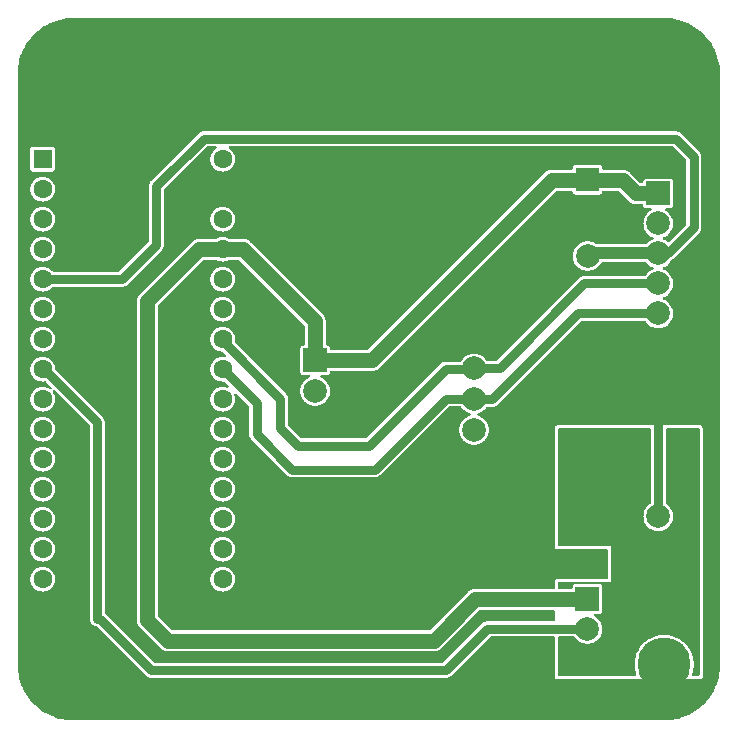
<source format=gtl>
G04 Layer: TopLayer*
G04 EasyEDA v6.4.19.5, 2021-05-27T00:11:37--3:00*
G04 bf34132eec9142e49db4406177482e83,59636247558045d2802cba280e4ac9d9,10*
G04 Gerber Generator version 0.2*
G04 Scale: 100 percent, Rotated: No, Reflected: No *
G04 Dimensions in millimeters *
G04 leading zeros omitted , absolute positions ,4 integer and 5 decimal *
%FSLAX45Y45*%
%MOMM*%

%ADD11C,0.7620*%
%ADD12C,1.2700*%
%ADD13C,1.0160*%
%ADD14R,2.0000X2.0000*%
%ADD15C,2.0000*%
%ADD16R,1.6000X1.6000*%
%ADD17C,1.6000*%
%ADD18C,4.5000*%

%LPD*%
G36*
X498043Y25654D02*
G01*
X467969Y26720D01*
X438353Y29667D01*
X408940Y34493D01*
X379933Y41097D01*
X351332Y49530D01*
X323342Y59791D01*
X296062Y71729D01*
X269595Y85394D01*
X244043Y100634D01*
X219456Y117500D01*
X195986Y135890D01*
X173736Y155702D01*
X152806Y176834D01*
X133197Y199288D01*
X115011Y222910D01*
X98399Y247599D01*
X83362Y273304D01*
X69951Y299923D01*
X58216Y327304D01*
X48260Y355346D01*
X40081Y383997D01*
X33680Y413105D01*
X29159Y442569D01*
X26466Y472236D01*
X25654Y502259D01*
X25654Y5501995D01*
X26771Y5532170D01*
X29718Y5561736D01*
X34493Y5591048D01*
X41097Y5620004D01*
X49530Y5648502D01*
X59690Y5676442D01*
X71628Y5703671D01*
X85191Y5730087D01*
X100431Y5755589D01*
X117195Y5780125D01*
X135483Y5803544D01*
X155194Y5825744D01*
X176276Y5846673D01*
X198628Y5866282D01*
X222148Y5884418D01*
X246786Y5901080D01*
X272389Y5916117D01*
X298856Y5929579D01*
X326186Y5941314D01*
X354126Y5951321D01*
X382676Y5959602D01*
X411683Y5966053D01*
X441045Y5970625D01*
X470611Y5973419D01*
X500532Y5974334D01*
X5501081Y5974334D01*
X5531662Y5973267D01*
X5561228Y5970371D01*
X5590590Y5965596D01*
X5619597Y5958992D01*
X5648096Y5950610D01*
X5676036Y5940450D01*
X5703316Y5928563D01*
X5729732Y5914948D01*
X5755284Y5899759D01*
X5779820Y5882995D01*
X5803290Y5864707D01*
X5825540Y5844997D01*
X5846521Y5823915D01*
X5866130Y5801563D01*
X5884316Y5778042D01*
X5900978Y5753404D01*
X5916066Y5727750D01*
X5929528Y5701284D01*
X5941263Y5673953D01*
X5951321Y5645962D01*
X5959551Y5617413D01*
X5966002Y5588355D01*
X5970625Y5558993D01*
X5973419Y5529376D01*
X5974334Y5499862D01*
X5974283Y509778D01*
X5973927Y479094D01*
X5971641Y449224D01*
X5967476Y419506D01*
X5961481Y390144D01*
X5953607Y361238D01*
X5943955Y332892D01*
X5932525Y305206D01*
X5919368Y278282D01*
X5904534Y252221D01*
X5888075Y227177D01*
X5870041Y203200D01*
X5850585Y180441D01*
X5829706Y158953D01*
X5807506Y138785D01*
X5784088Y120091D01*
X5759551Y102920D01*
X5733948Y87325D01*
X5707430Y73406D01*
X5680049Y61163D01*
X5652008Y50647D01*
X5623306Y41960D01*
X5594146Y35052D01*
X5564632Y30073D01*
X5534812Y26924D01*
X5504738Y25654D01*
G37*

%LPC*%
G36*
X4600549Y374345D02*
G01*
X5799429Y374345D01*
X5805678Y375056D01*
X5811113Y376936D01*
X5815939Y379984D01*
X5820003Y384048D01*
X5823051Y388874D01*
X5824931Y394309D01*
X5825642Y400558D01*
X5825642Y2499410D01*
X5824931Y2505710D01*
X5823051Y2511094D01*
X5820003Y2515971D01*
X5815939Y2519984D01*
X5811113Y2523032D01*
X5805678Y2524963D01*
X5799429Y2525674D01*
X4600549Y2525674D01*
X4594301Y2524963D01*
X4588916Y2523032D01*
X4584039Y2519984D01*
X4579975Y2515971D01*
X4576927Y2511094D01*
X4575048Y2505710D01*
X4574336Y2499410D01*
X4574336Y1500581D01*
X4575048Y1494282D01*
X4576927Y1488897D01*
X4579975Y1484020D01*
X4584039Y1480007D01*
X4588916Y1476959D01*
X4594301Y1475028D01*
X4600549Y1474368D01*
X5014163Y1474368D01*
X5018074Y1473555D01*
X5021376Y1471371D01*
X5023561Y1468069D01*
X5024323Y1464208D01*
X5024323Y1235811D01*
X5023561Y1231950D01*
X5021376Y1228648D01*
X5018074Y1226413D01*
X5014163Y1225651D01*
X4600549Y1225651D01*
X4594301Y1224940D01*
X4588916Y1223060D01*
X4584039Y1220012D01*
X4579975Y1215948D01*
X4576927Y1211122D01*
X4575048Y1205687D01*
X4574336Y1199438D01*
X4574336Y1149350D01*
X4573574Y1145489D01*
X4571390Y1142187D01*
X4568088Y1140002D01*
X4564176Y1139190D01*
X3900119Y1139190D01*
X3893565Y1138986D01*
X3887215Y1138275D01*
X3880967Y1137158D01*
X3874820Y1135583D01*
X3868775Y1133602D01*
X3862882Y1131163D01*
X3857193Y1128318D01*
X3851706Y1125067D01*
X3846474Y1121410D01*
X3841546Y1117447D01*
X3836771Y1112977D01*
X3515969Y792175D01*
X3512667Y789990D01*
X3508756Y789178D01*
X1341120Y789178D01*
X1337208Y789990D01*
X1333906Y792175D01*
X1215085Y911047D01*
X1212850Y914349D01*
X1212088Y918210D01*
X1212088Y3531870D01*
X1212850Y3535781D01*
X1215085Y3539083D01*
X1599844Y3923893D01*
X1603146Y3926078D01*
X1607058Y3926840D01*
X1702612Y3926840D01*
X1705559Y3926433D01*
X1721561Y3918407D01*
X1734667Y3913987D01*
X1748231Y3911295D01*
X1761998Y3910380D01*
X1775764Y3911295D01*
X1789328Y3913987D01*
X1802434Y3918407D01*
X1818436Y3926433D01*
X1821383Y3926840D01*
X1892858Y3926840D01*
X1896770Y3926078D01*
X1900021Y3923893D01*
X2452878Y3371037D01*
X2455062Y3367735D01*
X2455824Y3363874D01*
X2455824Y3210814D01*
X2455164Y3207156D01*
X2453233Y3204006D01*
X2450287Y3201720D01*
X2446731Y3200704D01*
X2439314Y3199892D01*
X2433929Y3198012D01*
X2429103Y3194964D01*
X2425039Y3190951D01*
X2421991Y3186074D01*
X2420061Y3180689D01*
X2419400Y3174390D01*
X2419400Y2975559D01*
X2420061Y2969260D01*
X2421991Y2963875D01*
X2425039Y2958998D01*
X2429103Y2954985D01*
X2433929Y2951937D01*
X2439365Y2950006D01*
X2445613Y2949346D01*
X2490622Y2949346D01*
X2494483Y2948584D01*
X2497785Y2946400D01*
X2499969Y2943148D01*
X2500782Y2939338D01*
X2500122Y2935478D01*
X2498039Y2932176D01*
X2494838Y2929890D01*
X2486660Y2926232D01*
X2473655Y2918358D01*
X2461717Y2909011D01*
X2450998Y2898292D01*
X2441651Y2886354D01*
X2433777Y2873349D01*
X2427579Y2859532D01*
X2423058Y2845054D01*
X2420315Y2830118D01*
X2419400Y2814980D01*
X2420315Y2799842D01*
X2423058Y2784906D01*
X2427579Y2770428D01*
X2433777Y2756611D01*
X2441651Y2743606D01*
X2450998Y2731668D01*
X2461717Y2720949D01*
X2473655Y2711602D01*
X2486660Y2703728D01*
X2500477Y2697530D01*
X2514955Y2693009D01*
X2529890Y2690266D01*
X2545029Y2689352D01*
X2560167Y2690266D01*
X2575102Y2693009D01*
X2589580Y2697530D01*
X2603398Y2703728D01*
X2616403Y2711602D01*
X2628341Y2720949D01*
X2639060Y2731668D01*
X2648407Y2743606D01*
X2656281Y2756611D01*
X2662529Y2770428D01*
X2667000Y2784906D01*
X2669743Y2799842D01*
X2670657Y2814980D01*
X2669743Y2830118D01*
X2667000Y2845054D01*
X2662529Y2859532D01*
X2656281Y2873349D01*
X2648407Y2886354D01*
X2639060Y2898292D01*
X2628341Y2909011D01*
X2616403Y2918358D01*
X2603398Y2926232D01*
X2595270Y2929890D01*
X2592070Y2932176D01*
X2589936Y2935478D01*
X2589276Y2939338D01*
X2590088Y2943148D01*
X2592324Y2946400D01*
X2595575Y2948584D01*
X2599436Y2949346D01*
X2644444Y2949346D01*
X2650744Y2950006D01*
X2656128Y2951937D01*
X2661005Y2954985D01*
X2665018Y2958998D01*
X2668066Y2963875D01*
X2669946Y2969260D01*
X2670759Y2976727D01*
X2671775Y2980283D01*
X2674061Y2983230D01*
X2677210Y2985160D01*
X2680868Y2985871D01*
X3024835Y2985871D01*
X3031388Y2986074D01*
X3037687Y2986786D01*
X3043986Y2987903D01*
X3050133Y2989478D01*
X3056178Y2991510D01*
X3062071Y2993898D01*
X3067761Y2996793D01*
X3073196Y2999994D01*
X3078429Y3003651D01*
X3083407Y3007664D01*
X3088182Y3012084D01*
X4583988Y4507890D01*
X4587240Y4510074D01*
X4591151Y4510836D01*
X4714544Y4510836D01*
X4718202Y4510176D01*
X4721352Y4508246D01*
X4723587Y4505350D01*
X4724654Y4501845D01*
X4725060Y4498289D01*
X4726940Y4492904D01*
X4729988Y4488027D01*
X4734052Y4484014D01*
X4738878Y4480966D01*
X4744313Y4479036D01*
X4750562Y4478324D01*
X4949444Y4478324D01*
X4955692Y4479036D01*
X4961128Y4480966D01*
X4965954Y4484014D01*
X4970018Y4488027D01*
X4973066Y4492904D01*
X4974945Y4498289D01*
X4975352Y4501845D01*
X4976418Y4505350D01*
X4978654Y4508246D01*
X4981803Y4510176D01*
X4985461Y4510836D01*
X5108854Y4510836D01*
X5112766Y4510074D01*
X5116017Y4507890D01*
X5199532Y4424375D01*
X5204307Y4419955D01*
X5209286Y4415942D01*
X5214518Y4412335D01*
X5220004Y4409084D01*
X5225643Y4406239D01*
X5231536Y4403801D01*
X5237581Y4401769D01*
X5243779Y4400194D01*
X5250027Y4399076D01*
X5256326Y4398365D01*
X5262880Y4398162D01*
X5314289Y4398162D01*
X5317896Y4397451D01*
X5321096Y4395520D01*
X5323332Y4392574D01*
X5324348Y4389018D01*
X5325160Y4381449D01*
X5327040Y4376064D01*
X5330088Y4371238D01*
X5334101Y4367174D01*
X5338978Y4364126D01*
X5344363Y4362246D01*
X5350662Y4361535D01*
X5383530Y4361535D01*
X5387797Y4360570D01*
X5391251Y4357928D01*
X5393334Y4354068D01*
X5393588Y4349750D01*
X5391962Y4345686D01*
X5388813Y4342688D01*
X5378704Y4336592D01*
X5366766Y4327194D01*
X5356047Y4316476D01*
X5346700Y4304538D01*
X5338826Y4291584D01*
X5332628Y4277715D01*
X5328107Y4263237D01*
X5325364Y4248302D01*
X5324449Y4233164D01*
X5325364Y4218025D01*
X5328107Y4203090D01*
X5332628Y4188612D01*
X5338826Y4174794D01*
X5346700Y4161790D01*
X5356047Y4149851D01*
X5366766Y4139133D01*
X5378704Y4129786D01*
X5391708Y4121912D01*
X5406085Y4115409D01*
X5409234Y4113174D01*
X5411368Y4109974D01*
X5412079Y4106164D01*
X5411317Y4102354D01*
X5409234Y4099102D01*
X5406085Y4096918D01*
X5391708Y4090415D01*
X5378704Y4082592D01*
X5366766Y4073194D01*
X5356047Y4062476D01*
X5353812Y4059631D01*
X5351576Y4057548D01*
X5348833Y4056227D01*
X5345836Y4055770D01*
X4934153Y4055770D01*
X4930800Y4056329D01*
X4927854Y4057904D01*
X4923332Y4061460D01*
X4910378Y4069334D01*
X4896510Y4075531D01*
X4882032Y4080052D01*
X4867097Y4082796D01*
X4851958Y4083710D01*
X4836820Y4082796D01*
X4821885Y4080052D01*
X4807407Y4075531D01*
X4793589Y4069334D01*
X4780584Y4061460D01*
X4768646Y4052112D01*
X4757928Y4041394D01*
X4748580Y4029456D01*
X4740706Y4016451D01*
X4734509Y4002633D01*
X4729988Y3988155D01*
X4727244Y3973220D01*
X4726330Y3958082D01*
X4727244Y3942943D01*
X4729988Y3928008D01*
X4734509Y3913530D01*
X4740706Y3899712D01*
X4748580Y3886708D01*
X4757928Y3874770D01*
X4768646Y3864051D01*
X4780584Y3854653D01*
X4793589Y3846829D01*
X4807407Y3840581D01*
X4821885Y3836111D01*
X4836820Y3833368D01*
X4851958Y3832453D01*
X4867097Y3833368D01*
X4882032Y3836111D01*
X4896510Y3840581D01*
X4910378Y3846829D01*
X4923332Y3854653D01*
X4935270Y3864051D01*
X4945989Y3874770D01*
X4955387Y3886708D01*
X4962144Y3897934D01*
X4964430Y3900576D01*
X4967427Y3902252D01*
X4970881Y3902862D01*
X5345633Y3902862D01*
X5348630Y3902405D01*
X5351373Y3901033D01*
X5353608Y3898950D01*
X5356047Y3895851D01*
X5366766Y3885133D01*
X5378704Y3875786D01*
X5391708Y3867912D01*
X5406085Y3861409D01*
X5409234Y3859174D01*
X5411368Y3855974D01*
X5412079Y3852164D01*
X5411317Y3848354D01*
X5409234Y3845102D01*
X5406085Y3842918D01*
X5391708Y3836415D01*
X5378704Y3828592D01*
X5366766Y3819194D01*
X5356047Y3808476D01*
X5346700Y3796537D01*
X5345125Y3793947D01*
X5342839Y3791356D01*
X5339842Y3789629D01*
X5336438Y3789070D01*
X4825644Y3789070D01*
X4817211Y3788562D01*
X4806899Y3786327D01*
X4804816Y3785666D01*
X4797094Y3782466D01*
X4788103Y3777081D01*
X4786325Y3775760D01*
X4780026Y3770172D01*
X4082592Y3072739D01*
X4079290Y3070504D01*
X4075379Y3069742D01*
X4003751Y3069742D01*
X4000347Y3070352D01*
X3997299Y3072028D01*
X3995064Y3074670D01*
X3993438Y3077362D01*
X3984091Y3089300D01*
X3973322Y3100019D01*
X3961384Y3109366D01*
X3948429Y3117240D01*
X3934561Y3123438D01*
X3920083Y3127959D01*
X3905199Y3130702D01*
X3890060Y3131616D01*
X3874871Y3130702D01*
X3859987Y3127959D01*
X3845509Y3123438D01*
X3831640Y3117240D01*
X3818686Y3109366D01*
X3806748Y3100019D01*
X3795979Y3089300D01*
X3786632Y3077362D01*
X3781399Y3068675D01*
X3779113Y3066034D01*
X3776116Y3064357D01*
X3772712Y3063748D01*
X3650335Y3063748D01*
X3641902Y3063240D01*
X3639718Y3062935D01*
X3631641Y3061055D01*
X3621836Y3057194D01*
X3619855Y3056178D01*
X3612794Y3051759D01*
X3611016Y3050438D01*
X3604717Y3044850D01*
X2976575Y2416708D01*
X2973273Y2414524D01*
X2969412Y2413762D01*
X2430627Y2413762D01*
X2426716Y2414524D01*
X2423414Y2416708D01*
X2316734Y2523439D01*
X2314498Y2526741D01*
X2313736Y2530602D01*
X2313736Y2749702D01*
X2313228Y2758084D01*
X2312924Y2760268D01*
X2311044Y2768396D01*
X2307183Y2778201D01*
X2306167Y2780131D01*
X2301748Y2787192D01*
X2300427Y2788970D01*
X2294839Y2795320D01*
X1867763Y3222345D01*
X1865833Y3225038D01*
X1864918Y3228238D01*
X1865020Y3231540D01*
X1866747Y3240227D01*
X1867611Y3253994D01*
X1866747Y3267811D01*
X1864055Y3281324D01*
X1859584Y3294430D01*
X1853488Y3306826D01*
X1845818Y3318306D01*
X1836674Y3328670D01*
X1826310Y3337814D01*
X1814830Y3345484D01*
X1802434Y3351580D01*
X1789328Y3356051D01*
X1775764Y3358743D01*
X1761998Y3359658D01*
X1748231Y3358743D01*
X1734667Y3356051D01*
X1721561Y3351580D01*
X1709166Y3345484D01*
X1697685Y3337814D01*
X1687322Y3328670D01*
X1678178Y3318306D01*
X1670507Y3306826D01*
X1664411Y3294430D01*
X1659991Y3281324D01*
X1657248Y3267811D01*
X1656384Y3253994D01*
X1657248Y3240227D01*
X1659991Y3226663D01*
X1664411Y3213557D01*
X1670507Y3201162D01*
X1678178Y3189681D01*
X1687322Y3179318D01*
X1697685Y3170174D01*
X1709166Y3162503D01*
X1721561Y3156407D01*
X1734667Y3151987D01*
X1748231Y3149295D01*
X1757629Y3148634D01*
X1761134Y3147771D01*
X1764131Y3145688D01*
X1788718Y3121152D01*
X1791004Y3117545D01*
X1791665Y3113278D01*
X1790496Y3109163D01*
X1787702Y3105912D01*
X1783842Y3104032D01*
X1779524Y3103981D01*
X1775764Y3104743D01*
X1761998Y3105658D01*
X1748231Y3104743D01*
X1734667Y3102051D01*
X1721561Y3097580D01*
X1709166Y3091484D01*
X1697685Y3083814D01*
X1687322Y3074670D01*
X1678178Y3064306D01*
X1670507Y3052826D01*
X1664411Y3040430D01*
X1659991Y3027324D01*
X1657248Y3013811D01*
X1656384Y2999994D01*
X1657248Y2986227D01*
X1659991Y2972663D01*
X1664411Y2959557D01*
X1670507Y2947162D01*
X1678178Y2935681D01*
X1687322Y2925318D01*
X1697685Y2916174D01*
X1709166Y2908503D01*
X1721561Y2902407D01*
X1734667Y2897987D01*
X1748231Y2895295D01*
X1761998Y2894380D01*
X1771904Y2895041D01*
X1776171Y2894380D01*
X1779778Y2892044D01*
X1810715Y2861157D01*
X1813102Y2857296D01*
X1813610Y2852826D01*
X1812137Y2848559D01*
X1808988Y2845358D01*
X1804720Y2843885D01*
X1800250Y2844342D01*
X1789328Y2848051D01*
X1775764Y2850743D01*
X1761998Y2851658D01*
X1748231Y2850743D01*
X1734667Y2848051D01*
X1721561Y2843580D01*
X1709166Y2837484D01*
X1697685Y2829814D01*
X1687322Y2820670D01*
X1678178Y2810306D01*
X1670507Y2798826D01*
X1664411Y2786430D01*
X1659991Y2773324D01*
X1657248Y2759811D01*
X1656384Y2745994D01*
X1657248Y2732227D01*
X1659991Y2718663D01*
X1664411Y2705557D01*
X1670507Y2693162D01*
X1678178Y2681681D01*
X1687322Y2671318D01*
X1697685Y2662174D01*
X1709166Y2654503D01*
X1721561Y2648407D01*
X1734667Y2643987D01*
X1748231Y2641295D01*
X1761998Y2640380D01*
X1775764Y2641295D01*
X1789328Y2643987D01*
X1802434Y2648407D01*
X1814830Y2654503D01*
X1826310Y2662174D01*
X1836674Y2671318D01*
X1845818Y2681681D01*
X1853488Y2693162D01*
X1859584Y2705557D01*
X1864055Y2718663D01*
X1866747Y2732227D01*
X1867611Y2745994D01*
X1866747Y2759811D01*
X1864055Y2773324D01*
X1860346Y2784246D01*
X1859838Y2788767D01*
X1861362Y2792984D01*
X1864563Y2796133D01*
X1868830Y2797606D01*
X1873300Y2797098D01*
X1877110Y2794711D01*
X1983282Y2688590D01*
X1985467Y2685288D01*
X1986229Y2681376D01*
X1986229Y2450338D01*
X1987092Y2439720D01*
X1988972Y2431592D01*
X1989632Y2429510D01*
X1992833Y2421839D01*
X1993849Y2419858D01*
X1998218Y2412796D01*
X1999538Y2411018D01*
X2005126Y2404719D01*
X2304694Y2105152D01*
X2310993Y2099564D01*
X2312771Y2098243D01*
X2319832Y2093823D01*
X2321814Y2092807D01*
X2331618Y2088946D01*
X2339695Y2087067D01*
X2341880Y2086762D01*
X2350312Y2086254D01*
X3049676Y2086254D01*
X3058109Y2086762D01*
X3060293Y2087067D01*
X3068370Y2088946D01*
X3078175Y2092807D01*
X3080156Y2093823D01*
X3087217Y2098243D01*
X3088995Y2099564D01*
X3095294Y2105152D01*
X3673500Y2683357D01*
X3676802Y2685542D01*
X3680663Y2686304D01*
X3773830Y2686304D01*
X3777234Y2685745D01*
X3780231Y2684018D01*
X3782517Y2681427D01*
X3786632Y2674569D01*
X3795979Y2662631D01*
X3806748Y2651912D01*
X3818686Y2642565D01*
X3831640Y2634742D01*
X3845509Y2628493D01*
X3854551Y2625648D01*
X3858260Y2623566D01*
X3860800Y2620162D01*
X3861663Y2615946D01*
X3860800Y2611780D01*
X3858260Y2608376D01*
X3854551Y2606294D01*
X3845458Y2603449D01*
X3831640Y2597200D01*
X3818686Y2589377D01*
X3806698Y2580030D01*
X3795979Y2569311D01*
X3786632Y2557322D01*
X3778808Y2544368D01*
X3772560Y2530551D01*
X3768039Y2516022D01*
X3765296Y2501138D01*
X3764381Y2485999D01*
X3765296Y2470810D01*
X3768039Y2455926D01*
X3772560Y2441448D01*
X3778808Y2427579D01*
X3786632Y2414625D01*
X3795979Y2402687D01*
X3806698Y2391918D01*
X3818686Y2382570D01*
X3831640Y2374747D01*
X3845458Y2368499D01*
X3859987Y2363978D01*
X3874871Y2361234D01*
X3890010Y2360320D01*
X3905199Y2361234D01*
X3920083Y2363978D01*
X3934561Y2368499D01*
X3948429Y2374747D01*
X3961384Y2382570D01*
X3973322Y2391918D01*
X3984091Y2402687D01*
X3993438Y2414625D01*
X4001262Y2427579D01*
X4007510Y2441448D01*
X4012031Y2455926D01*
X4014774Y2470810D01*
X4015689Y2485999D01*
X4014774Y2501138D01*
X4012031Y2516022D01*
X4007510Y2530551D01*
X4001262Y2544368D01*
X3993438Y2557322D01*
X3984091Y2569311D01*
X3973322Y2580030D01*
X3961384Y2589377D01*
X3948429Y2597200D01*
X3934561Y2603449D01*
X3925519Y2606294D01*
X3921810Y2608376D01*
X3919270Y2611780D01*
X3918407Y2615946D01*
X3919270Y2620162D01*
X3921810Y2623566D01*
X3925519Y2625648D01*
X3934561Y2628493D01*
X3948429Y2634742D01*
X3961384Y2642565D01*
X3973322Y2651912D01*
X3984091Y2662631D01*
X3993438Y2674569D01*
X3995064Y2677312D01*
X3997350Y2679954D01*
X4000347Y2681630D01*
X4003751Y2682240D01*
X4045661Y2682240D01*
X4054094Y2682748D01*
X4056278Y2683052D01*
X4066489Y2685592D01*
X4074160Y2688793D01*
X4076141Y2689809D01*
X4083202Y2694228D01*
X4084980Y2695549D01*
X4091279Y2701137D01*
X4794758Y3404565D01*
X4798009Y3406800D01*
X4801920Y3407562D01*
X5336286Y3407562D01*
X5339689Y3406952D01*
X5342686Y3405276D01*
X5344972Y3402634D01*
X5346700Y3399790D01*
X5356047Y3387851D01*
X5366766Y3377133D01*
X5378704Y3367786D01*
X5391708Y3359912D01*
X5405526Y3353714D01*
X5420004Y3349193D01*
X5434939Y3346450D01*
X5450078Y3345535D01*
X5465216Y3346450D01*
X5480151Y3349193D01*
X5494629Y3353714D01*
X5508447Y3359912D01*
X5521452Y3367786D01*
X5533390Y3377133D01*
X5544108Y3387851D01*
X5553456Y3399790D01*
X5561330Y3412794D01*
X5567527Y3426612D01*
X5572048Y3441090D01*
X5574792Y3456025D01*
X5575706Y3471164D01*
X5574792Y3486302D01*
X5572048Y3501237D01*
X5567527Y3515715D01*
X5561330Y3529584D01*
X5553456Y3542537D01*
X5544108Y3554476D01*
X5533390Y3565194D01*
X5521452Y3574592D01*
X5508447Y3582415D01*
X5494070Y3588918D01*
X5490921Y3591153D01*
X5488787Y3594404D01*
X5488076Y3598214D01*
X5488838Y3601974D01*
X5490921Y3605225D01*
X5494070Y3607460D01*
X5508447Y3613912D01*
X5521452Y3621786D01*
X5533390Y3631133D01*
X5544108Y3641851D01*
X5553456Y3653790D01*
X5561330Y3666794D01*
X5567527Y3680612D01*
X5572048Y3695090D01*
X5574792Y3710025D01*
X5575706Y3725164D01*
X5574792Y3740302D01*
X5572048Y3755237D01*
X5567527Y3769715D01*
X5561330Y3783584D01*
X5553456Y3796537D01*
X5544108Y3808476D01*
X5533390Y3819194D01*
X5521452Y3828592D01*
X5508447Y3836415D01*
X5494070Y3842918D01*
X5490921Y3845153D01*
X5488787Y3848404D01*
X5488076Y3852214D01*
X5488838Y3855974D01*
X5490921Y3859225D01*
X5494070Y3861460D01*
X5508447Y3867912D01*
X5521452Y3875786D01*
X5533390Y3885133D01*
X5544108Y3895851D01*
X5553456Y3907790D01*
X5561330Y3920794D01*
X5563666Y3925163D01*
X5568391Y3928922D01*
X5574639Y3934460D01*
X5794857Y4154678D01*
X5801766Y4162755D01*
X5806186Y4169816D01*
X5807202Y4171797D01*
X5810351Y4179468D01*
X5811012Y4181601D01*
X5813247Y4191914D01*
X5813755Y4200296D01*
X5813755Y4799685D01*
X5813247Y4808118D01*
X5811012Y4818380D01*
X5810351Y4820513D01*
X5806186Y4830165D01*
X5801766Y4837226D01*
X5800445Y4839004D01*
X5794857Y4845304D01*
X5645302Y4994859D01*
X5639003Y5000447D01*
X5637225Y5001768D01*
X5630164Y5006187D01*
X5628182Y5007203D01*
X5620512Y5010353D01*
X5610301Y5012893D01*
X5608066Y5013248D01*
X5599684Y5013756D01*
X1600301Y5013756D01*
X1591868Y5013248D01*
X1581607Y5011013D01*
X1579473Y5010353D01*
X1569821Y5006187D01*
X1562760Y5001768D01*
X1560982Y5000447D01*
X1554683Y4994859D01*
X1155039Y4595215D01*
X1149451Y4588916D01*
X1148130Y4587138D01*
X1143711Y4580077D01*
X1142695Y4578096D01*
X1138834Y4568291D01*
X1136650Y4558030D01*
X1136142Y4549597D01*
X1136142Y4080662D01*
X1135380Y4076750D01*
X1133144Y4073499D01*
X888441Y3828745D01*
X885139Y3826510D01*
X881227Y3825748D01*
X326898Y3825748D01*
X322681Y3826662D01*
X319227Y3829202D01*
X312674Y3836670D01*
X302310Y3845814D01*
X290830Y3853484D01*
X278434Y3859580D01*
X265328Y3864051D01*
X251764Y3866743D01*
X237998Y3867658D01*
X224231Y3866743D01*
X210667Y3864051D01*
X197561Y3859580D01*
X185166Y3853484D01*
X173685Y3845814D01*
X163322Y3836670D01*
X154178Y3826306D01*
X146507Y3814826D01*
X140411Y3802430D01*
X135991Y3789324D01*
X133248Y3775811D01*
X132384Y3761994D01*
X133248Y3748227D01*
X135991Y3734663D01*
X140411Y3721557D01*
X146507Y3709162D01*
X154178Y3697681D01*
X163322Y3687318D01*
X173685Y3678174D01*
X185166Y3670503D01*
X197561Y3664407D01*
X210667Y3659987D01*
X224231Y3657295D01*
X237998Y3656380D01*
X251764Y3657295D01*
X265328Y3659987D01*
X278434Y3664407D01*
X290830Y3670503D01*
X302310Y3678174D01*
X312674Y3687318D01*
X319278Y3694785D01*
X322681Y3697325D01*
X326898Y3698240D01*
X911555Y3698240D01*
X919937Y3698748D01*
X930249Y3700983D01*
X932332Y3701643D01*
X940053Y3704844D01*
X942035Y3705860D01*
X949045Y3710228D01*
X950823Y3711549D01*
X957173Y3717137D01*
X1244752Y4004716D01*
X1250340Y4011066D01*
X1251661Y4012844D01*
X1256080Y4019905D01*
X1257096Y4021836D01*
X1260957Y4031640D01*
X1263142Y4041952D01*
X1263650Y4050334D01*
X1263650Y4519320D01*
X1264412Y4523181D01*
X1266647Y4526483D01*
X1623415Y4883251D01*
X1626717Y4885486D01*
X1630578Y4886248D01*
X1700784Y4886248D01*
X1704949Y4885334D01*
X1708404Y4882794D01*
X1710486Y4879035D01*
X1710842Y4874768D01*
X1709420Y4870704D01*
X1706422Y4867656D01*
X1697685Y4861814D01*
X1687322Y4852670D01*
X1678178Y4842306D01*
X1670507Y4830826D01*
X1664411Y4818430D01*
X1659991Y4805324D01*
X1657248Y4791811D01*
X1656384Y4777994D01*
X1657248Y4764227D01*
X1659991Y4750663D01*
X1664411Y4737557D01*
X1670507Y4725162D01*
X1678178Y4713681D01*
X1687322Y4703318D01*
X1697685Y4694174D01*
X1709166Y4686503D01*
X1721561Y4680407D01*
X1734667Y4675987D01*
X1748231Y4673295D01*
X1761998Y4672380D01*
X1775764Y4673295D01*
X1789328Y4675987D01*
X1802434Y4680407D01*
X1814830Y4686503D01*
X1826310Y4694174D01*
X1836674Y4703318D01*
X1845818Y4713681D01*
X1853488Y4725162D01*
X1859584Y4737557D01*
X1864055Y4750663D01*
X1866747Y4764227D01*
X1867611Y4777994D01*
X1866747Y4791811D01*
X1864055Y4805324D01*
X1859584Y4818430D01*
X1853488Y4830826D01*
X1845818Y4842306D01*
X1836674Y4852670D01*
X1826310Y4861814D01*
X1817573Y4867656D01*
X1814575Y4870704D01*
X1813153Y4874768D01*
X1813509Y4879035D01*
X1815592Y4882794D01*
X1819046Y4885334D01*
X1823212Y4886248D01*
X5569356Y4886248D01*
X5573268Y4885486D01*
X5576570Y4883251D01*
X5683250Y4776571D01*
X5685485Y4773269D01*
X5686247Y4769408D01*
X5686247Y4230624D01*
X5685485Y4226712D01*
X5683250Y4223410D01*
X5539587Y4079748D01*
X5536539Y4077665D01*
X5532983Y4076750D01*
X5529376Y4077208D01*
X5526125Y4078935D01*
X5521452Y4082592D01*
X5508447Y4090415D01*
X5494070Y4096918D01*
X5490921Y4099153D01*
X5488787Y4102404D01*
X5488076Y4106214D01*
X5488838Y4109974D01*
X5490921Y4113225D01*
X5494070Y4115460D01*
X5508447Y4121912D01*
X5521452Y4129786D01*
X5533390Y4139133D01*
X5544108Y4149851D01*
X5553456Y4161790D01*
X5561330Y4174794D01*
X5567527Y4188612D01*
X5572048Y4203090D01*
X5574792Y4218025D01*
X5575706Y4233164D01*
X5574792Y4248302D01*
X5572048Y4263237D01*
X5567527Y4277715D01*
X5561330Y4291584D01*
X5553456Y4304538D01*
X5544108Y4316476D01*
X5533390Y4327194D01*
X5521452Y4336592D01*
X5511342Y4342688D01*
X5508193Y4345686D01*
X5506567Y4349750D01*
X5506821Y4354068D01*
X5508904Y4357928D01*
X5512358Y4360570D01*
X5516626Y4361535D01*
X5549493Y4361535D01*
X5555792Y4362246D01*
X5561177Y4364126D01*
X5566054Y4367174D01*
X5570067Y4371238D01*
X5573115Y4376064D01*
X5575046Y4381500D01*
X5575757Y4387748D01*
X5575757Y4586630D01*
X5575046Y4592878D01*
X5573115Y4598263D01*
X5570067Y4603140D01*
X5566054Y4607204D01*
X5561177Y4610252D01*
X5555792Y4612132D01*
X5549493Y4612843D01*
X5350662Y4612843D01*
X5344363Y4612132D01*
X5338978Y4610252D01*
X5334101Y4607204D01*
X5330088Y4603140D01*
X5327040Y4598263D01*
X5325160Y4592929D01*
X5324348Y4585563D01*
X5323332Y4582007D01*
X5321046Y4579061D01*
X5317896Y4577130D01*
X5314289Y4576470D01*
X5303824Y4576470D01*
X5299964Y4577232D01*
X5296662Y4579416D01*
X5213146Y4662932D01*
X5208371Y4667402D01*
X5203393Y4671364D01*
X5198160Y4675022D01*
X5192725Y4678273D01*
X5187035Y4681118D01*
X5181142Y4683556D01*
X5175097Y4685538D01*
X5168950Y4687112D01*
X5162651Y4688230D01*
X5156352Y4688941D01*
X5149799Y4689144D01*
X4985816Y4689144D01*
X4981905Y4689906D01*
X4978654Y4692142D01*
X4976418Y4695444D01*
X4975656Y4699304D01*
X4975656Y4703419D01*
X4974945Y4709718D01*
X4973066Y4715103D01*
X4970018Y4719980D01*
X4965954Y4723993D01*
X4961128Y4727041D01*
X4955692Y4728972D01*
X4949444Y4729632D01*
X4750562Y4729632D01*
X4744313Y4728972D01*
X4738878Y4727041D01*
X4734052Y4723993D01*
X4729988Y4719980D01*
X4726940Y4715103D01*
X4725060Y4709718D01*
X4724349Y4703419D01*
X4724349Y4699304D01*
X4723587Y4695444D01*
X4721352Y4692142D01*
X4718050Y4689906D01*
X4714189Y4689144D01*
X4550206Y4689144D01*
X4543653Y4688941D01*
X4537303Y4688230D01*
X4531055Y4687112D01*
X4524908Y4685538D01*
X4518863Y4683506D01*
X4512970Y4681067D01*
X4507280Y4678222D01*
X4501794Y4674971D01*
X4496612Y4671364D01*
X4491634Y4667351D01*
X4486859Y4662932D01*
X2991053Y3167126D01*
X2987751Y3164941D01*
X2983890Y3164179D01*
X2680868Y3164179D01*
X2677210Y3164840D01*
X2674061Y3166770D01*
X2671775Y3169716D01*
X2670759Y3173272D01*
X2669946Y3180689D01*
X2668066Y3186074D01*
X2665018Y3190951D01*
X2661005Y3194964D01*
X2656128Y3198012D01*
X2650794Y3199892D01*
X2643276Y3200704D01*
X2639720Y3201720D01*
X2636774Y3204006D01*
X2634843Y3207156D01*
X2634132Y3210814D01*
X2634132Y3404819D01*
X2633929Y3411372D01*
X2633218Y3417671D01*
X2632100Y3423970D01*
X2630525Y3430117D01*
X2628544Y3436162D01*
X2626106Y3442055D01*
X2623261Y3447745D01*
X2620010Y3453180D01*
X2616352Y3458413D01*
X2612390Y3463391D01*
X2607919Y3468166D01*
X1997151Y4078935D01*
X1992375Y4083354D01*
X1987397Y4087368D01*
X1982216Y4090974D01*
X1976729Y4094226D01*
X1971039Y4097070D01*
X1965147Y4099509D01*
X1959102Y4101541D01*
X1952955Y4103115D01*
X1946706Y4104233D01*
X1940356Y4104944D01*
X1933803Y4105148D01*
X1821383Y4105148D01*
X1818436Y4105605D01*
X1802434Y4113580D01*
X1789328Y4118051D01*
X1775764Y4120743D01*
X1761998Y4121658D01*
X1748231Y4120743D01*
X1734667Y4118051D01*
X1721561Y4113580D01*
X1705559Y4105605D01*
X1702612Y4105148D01*
X1566113Y4105148D01*
X1559560Y4104944D01*
X1553210Y4104233D01*
X1546961Y4103115D01*
X1540814Y4101541D01*
X1534769Y4099509D01*
X1528876Y4097070D01*
X1523187Y4094226D01*
X1517700Y4090974D01*
X1512468Y4087368D01*
X1507540Y4083354D01*
X1502714Y4078935D01*
X1060043Y3636213D01*
X1055573Y3631387D01*
X1051560Y3626459D01*
X1047953Y3621227D01*
X1044702Y3615740D01*
X1041857Y3610051D01*
X1039418Y3604209D01*
X1037386Y3598164D01*
X1035812Y3591966D01*
X1034694Y3585718D01*
X1034034Y3579368D01*
X1033780Y3572865D01*
X1033780Y877265D01*
X1034034Y870712D01*
X1034694Y864412D01*
X1035812Y858113D01*
X1037386Y851966D01*
X1039418Y845921D01*
X1041857Y840028D01*
X1044702Y834339D01*
X1047953Y828903D01*
X1051560Y823671D01*
X1055573Y818692D01*
X1060043Y813917D01*
X1236776Y637133D01*
X1241602Y632663D01*
X1246530Y628650D01*
X1251762Y625043D01*
X1257249Y621792D01*
X1262938Y618947D01*
X1268831Y616508D01*
X1274876Y614527D01*
X1281023Y612952D01*
X1287272Y611784D01*
X1293622Y611124D01*
X1300175Y610870D01*
X3549700Y610870D01*
X3556254Y611124D01*
X3562604Y611784D01*
X3568852Y612952D01*
X3574999Y614527D01*
X3581044Y616508D01*
X3586937Y618947D01*
X3592626Y621792D01*
X3598113Y625043D01*
X3603345Y628650D01*
X3608273Y632663D01*
X3613048Y637133D01*
X3933850Y957935D01*
X3937152Y960119D01*
X3941064Y960882D01*
X4564176Y960882D01*
X4568088Y960119D01*
X4571390Y957935D01*
X4573574Y954633D01*
X4574336Y950721D01*
X4574336Y873912D01*
X4573574Y870051D01*
X4571390Y866749D01*
X4568088Y864514D01*
X4564176Y863752D01*
X4000347Y863752D01*
X3991914Y863244D01*
X3989730Y862939D01*
X3981602Y861060D01*
X3971848Y857199D01*
X3969867Y856183D01*
X3962806Y851763D01*
X3961028Y850442D01*
X3954729Y844854D01*
X3626662Y516839D01*
X3623360Y514604D01*
X3619500Y513842D01*
X1188872Y513842D01*
X1184960Y514604D01*
X1181658Y516839D01*
X766775Y931722D01*
X764540Y935024D01*
X763778Y938936D01*
X763778Y2549601D01*
X763270Y2558034D01*
X761085Y2568295D01*
X757224Y2578100D01*
X756208Y2580081D01*
X751789Y2587142D01*
X750468Y2588920D01*
X744880Y2595219D01*
X346608Y2993542D01*
X344525Y2996488D01*
X343611Y3000044D01*
X342747Y3013811D01*
X340055Y3027324D01*
X335584Y3040430D01*
X329488Y3052826D01*
X321818Y3064306D01*
X312674Y3074670D01*
X302310Y3083814D01*
X290830Y3091484D01*
X278434Y3097580D01*
X265328Y3102051D01*
X251764Y3104743D01*
X237998Y3105658D01*
X224231Y3104743D01*
X210667Y3102051D01*
X197561Y3097580D01*
X185166Y3091484D01*
X173685Y3083814D01*
X163322Y3074670D01*
X154178Y3064306D01*
X146507Y3052826D01*
X140411Y3040430D01*
X135991Y3027324D01*
X133248Y3013811D01*
X132384Y2999994D01*
X133248Y2986227D01*
X135991Y2972663D01*
X140411Y2959557D01*
X146507Y2947162D01*
X154178Y2935681D01*
X163322Y2925318D01*
X173685Y2916174D01*
X185166Y2908503D01*
X197561Y2902407D01*
X210667Y2897987D01*
X224231Y2895295D01*
X237998Y2894380D01*
X251764Y2895295D01*
X257048Y2896311D01*
X260400Y2896412D01*
X263550Y2895447D01*
X266242Y2893568D01*
X312775Y2847035D01*
X315061Y2843479D01*
X315722Y2839262D01*
X314604Y2835198D01*
X311912Y2831896D01*
X308102Y2830017D01*
X303885Y2829814D01*
X299923Y2831388D01*
X290830Y2837484D01*
X278434Y2843580D01*
X265328Y2848051D01*
X251764Y2850743D01*
X237998Y2851658D01*
X224231Y2850743D01*
X210667Y2848051D01*
X197561Y2843580D01*
X185166Y2837484D01*
X173685Y2829814D01*
X163322Y2820670D01*
X154178Y2810306D01*
X146507Y2798826D01*
X140411Y2786430D01*
X135991Y2773324D01*
X133248Y2759811D01*
X132384Y2745994D01*
X133248Y2732227D01*
X135991Y2718663D01*
X140411Y2705557D01*
X146507Y2693162D01*
X154178Y2681681D01*
X163322Y2671318D01*
X173685Y2662174D01*
X185166Y2654503D01*
X197561Y2648407D01*
X210667Y2643987D01*
X224231Y2641295D01*
X237998Y2640380D01*
X251764Y2641295D01*
X265328Y2643987D01*
X278434Y2648407D01*
X290830Y2654503D01*
X302310Y2662174D01*
X312674Y2671318D01*
X321818Y2681681D01*
X329488Y2693162D01*
X335584Y2705557D01*
X340055Y2718663D01*
X342747Y2732227D01*
X343611Y2745994D01*
X342747Y2759811D01*
X340055Y2773324D01*
X335584Y2786430D01*
X329488Y2798826D01*
X323392Y2807919D01*
X321818Y2811881D01*
X322021Y2816098D01*
X323900Y2819908D01*
X327202Y2822600D01*
X331266Y2823718D01*
X335483Y2823057D01*
X339039Y2820771D01*
X633272Y2526487D01*
X635508Y2523185D01*
X636270Y2519324D01*
X636270Y887425D01*
X636524Y881989D01*
X637133Y876757D01*
X638251Y871575D01*
X639724Y866546D01*
X641654Y861618D01*
X643940Y856894D01*
X646684Y852373D01*
X649732Y848106D01*
X653135Y844042D01*
X656844Y840333D01*
X660857Y836930D01*
X665175Y833882D01*
X669696Y831189D01*
X674420Y828852D01*
X679348Y826922D01*
X684225Y825500D01*
X691438Y824179D01*
X694334Y823163D01*
X696823Y821385D01*
X1112926Y405231D01*
X1119276Y399643D01*
X1121054Y398322D01*
X1128064Y393954D01*
X1130046Y392938D01*
X1137767Y389737D01*
X1139850Y389077D01*
X1147978Y387197D01*
X1158544Y386334D01*
X3649776Y386334D01*
X3660394Y387197D01*
X3668522Y389077D01*
X3670604Y389737D01*
X3678275Y392938D01*
X3680256Y393954D01*
X3687318Y398322D01*
X3689096Y399643D01*
X3695395Y405231D01*
X4023461Y733298D01*
X4026763Y735482D01*
X4030624Y736244D01*
X4564176Y736244D01*
X4568088Y735482D01*
X4571390Y733298D01*
X4573574Y729996D01*
X4574336Y726084D01*
X4574336Y400558D01*
X4575048Y394309D01*
X4576927Y388874D01*
X4579975Y384048D01*
X4584039Y379984D01*
X4588916Y376936D01*
X4594301Y375056D01*
G37*
G36*
X1761998Y1116380D02*
G01*
X1775764Y1117295D01*
X1789328Y1119987D01*
X1802434Y1124407D01*
X1814830Y1130503D01*
X1826310Y1138174D01*
X1836674Y1147318D01*
X1845818Y1157681D01*
X1853488Y1169162D01*
X1859584Y1181557D01*
X1864055Y1194663D01*
X1866747Y1208227D01*
X1867611Y1221994D01*
X1866747Y1235811D01*
X1864055Y1249324D01*
X1859584Y1262430D01*
X1853488Y1274826D01*
X1845818Y1286306D01*
X1836674Y1296670D01*
X1826310Y1305814D01*
X1814830Y1313484D01*
X1802434Y1319580D01*
X1789328Y1324051D01*
X1775764Y1326743D01*
X1761998Y1327658D01*
X1748231Y1326743D01*
X1734667Y1324051D01*
X1721561Y1319580D01*
X1709166Y1313484D01*
X1697685Y1305814D01*
X1687322Y1296670D01*
X1678178Y1286306D01*
X1670507Y1274826D01*
X1664411Y1262430D01*
X1659991Y1249324D01*
X1657248Y1235811D01*
X1656384Y1221994D01*
X1657248Y1208227D01*
X1659991Y1194663D01*
X1664411Y1181557D01*
X1670507Y1169162D01*
X1678178Y1157681D01*
X1687322Y1147318D01*
X1697685Y1138174D01*
X1709166Y1130503D01*
X1721561Y1124407D01*
X1734667Y1119987D01*
X1748231Y1117295D01*
G37*
G36*
X237998Y1116380D02*
G01*
X251764Y1117295D01*
X265328Y1119987D01*
X278434Y1124407D01*
X290830Y1130503D01*
X302310Y1138174D01*
X312674Y1147318D01*
X321818Y1157681D01*
X329488Y1169162D01*
X335584Y1181557D01*
X340055Y1194663D01*
X342747Y1208227D01*
X343611Y1221994D01*
X342747Y1235811D01*
X340055Y1249324D01*
X335584Y1262430D01*
X329488Y1274826D01*
X321818Y1286306D01*
X312674Y1296670D01*
X302310Y1305814D01*
X290830Y1313484D01*
X278434Y1319580D01*
X265328Y1324051D01*
X251764Y1326743D01*
X237998Y1327658D01*
X224231Y1326743D01*
X210667Y1324051D01*
X197561Y1319580D01*
X185166Y1313484D01*
X173685Y1305814D01*
X163322Y1296670D01*
X154178Y1286306D01*
X146507Y1274826D01*
X140411Y1262430D01*
X135991Y1249324D01*
X133248Y1235811D01*
X132384Y1221994D01*
X133248Y1208227D01*
X135991Y1194663D01*
X140411Y1181557D01*
X146507Y1169162D01*
X154178Y1157681D01*
X163322Y1147318D01*
X173685Y1138174D01*
X185166Y1130503D01*
X197561Y1124407D01*
X210667Y1119987D01*
X224231Y1117295D01*
G37*
G36*
X1761998Y1370380D02*
G01*
X1775764Y1371295D01*
X1789328Y1373987D01*
X1802434Y1378407D01*
X1814830Y1384503D01*
X1826310Y1392174D01*
X1836674Y1401318D01*
X1845818Y1411681D01*
X1853488Y1423162D01*
X1859584Y1435557D01*
X1864055Y1448663D01*
X1866747Y1462227D01*
X1867611Y1475994D01*
X1866747Y1489811D01*
X1864055Y1503324D01*
X1859584Y1516430D01*
X1853488Y1528826D01*
X1845818Y1540306D01*
X1836674Y1550670D01*
X1826310Y1559814D01*
X1814830Y1567484D01*
X1802434Y1573580D01*
X1789328Y1578051D01*
X1775764Y1580743D01*
X1761998Y1581658D01*
X1748231Y1580743D01*
X1734667Y1578051D01*
X1721561Y1573580D01*
X1709166Y1567484D01*
X1697685Y1559814D01*
X1687322Y1550670D01*
X1678178Y1540306D01*
X1670507Y1528826D01*
X1664411Y1516430D01*
X1659991Y1503324D01*
X1657248Y1489811D01*
X1656384Y1475994D01*
X1657248Y1462227D01*
X1659991Y1448663D01*
X1664411Y1435557D01*
X1670507Y1423162D01*
X1678178Y1411681D01*
X1687322Y1401318D01*
X1697685Y1392174D01*
X1709166Y1384503D01*
X1721561Y1378407D01*
X1734667Y1373987D01*
X1748231Y1371295D01*
G37*
G36*
X237998Y1370380D02*
G01*
X251764Y1371295D01*
X265328Y1373987D01*
X278434Y1378407D01*
X290830Y1384503D01*
X302310Y1392174D01*
X312674Y1401318D01*
X321818Y1411681D01*
X329488Y1423162D01*
X335584Y1435557D01*
X340055Y1448663D01*
X342747Y1462227D01*
X343611Y1475994D01*
X342747Y1489811D01*
X340055Y1503324D01*
X335584Y1516430D01*
X329488Y1528826D01*
X321818Y1540306D01*
X312674Y1550670D01*
X302310Y1559814D01*
X290830Y1567484D01*
X278434Y1573580D01*
X265328Y1578051D01*
X251764Y1580743D01*
X237998Y1581658D01*
X224231Y1580743D01*
X210667Y1578051D01*
X197561Y1573580D01*
X185166Y1567484D01*
X173685Y1559814D01*
X163322Y1550670D01*
X154178Y1540306D01*
X146507Y1528826D01*
X140411Y1516430D01*
X135991Y1503324D01*
X133248Y1489811D01*
X132384Y1475994D01*
X133248Y1462227D01*
X135991Y1448663D01*
X140411Y1435557D01*
X146507Y1423162D01*
X154178Y1411681D01*
X163322Y1401318D01*
X173685Y1392174D01*
X185166Y1384503D01*
X197561Y1378407D01*
X210667Y1373987D01*
X224231Y1371295D01*
G37*
G36*
X1761998Y1624380D02*
G01*
X1775764Y1625295D01*
X1789328Y1627987D01*
X1802434Y1632407D01*
X1814830Y1638503D01*
X1826310Y1646174D01*
X1836674Y1655318D01*
X1845818Y1665681D01*
X1853488Y1677162D01*
X1859584Y1689557D01*
X1864055Y1702663D01*
X1866747Y1716227D01*
X1867611Y1729993D01*
X1866747Y1743811D01*
X1864055Y1757324D01*
X1859584Y1770430D01*
X1853488Y1782825D01*
X1845818Y1794306D01*
X1836674Y1804670D01*
X1826310Y1813814D01*
X1814830Y1821484D01*
X1802434Y1827580D01*
X1789328Y1832051D01*
X1775764Y1834743D01*
X1761998Y1835657D01*
X1748231Y1834743D01*
X1734667Y1832051D01*
X1721561Y1827580D01*
X1709166Y1821484D01*
X1697685Y1813814D01*
X1687322Y1804670D01*
X1678178Y1794306D01*
X1670507Y1782825D01*
X1664411Y1770430D01*
X1659991Y1757324D01*
X1657248Y1743811D01*
X1656384Y1729993D01*
X1657248Y1716227D01*
X1659991Y1702663D01*
X1664411Y1689557D01*
X1670507Y1677162D01*
X1678178Y1665681D01*
X1687322Y1655318D01*
X1697685Y1646174D01*
X1709166Y1638503D01*
X1721561Y1632407D01*
X1734667Y1627987D01*
X1748231Y1625295D01*
G37*
G36*
X237998Y1624380D02*
G01*
X251764Y1625295D01*
X265328Y1627987D01*
X278434Y1632407D01*
X290830Y1638503D01*
X302310Y1646174D01*
X312674Y1655318D01*
X321818Y1665681D01*
X329488Y1677162D01*
X335584Y1689557D01*
X340055Y1702663D01*
X342747Y1716227D01*
X343611Y1729993D01*
X342747Y1743811D01*
X340055Y1757324D01*
X335584Y1770430D01*
X329488Y1782825D01*
X321818Y1794306D01*
X312674Y1804670D01*
X302310Y1813814D01*
X290830Y1821484D01*
X278434Y1827580D01*
X265328Y1832051D01*
X251764Y1834743D01*
X237998Y1835657D01*
X224231Y1834743D01*
X210667Y1832051D01*
X197561Y1827580D01*
X185166Y1821484D01*
X173685Y1813814D01*
X163322Y1804670D01*
X154178Y1794306D01*
X146507Y1782825D01*
X140411Y1770430D01*
X135991Y1757324D01*
X133248Y1743811D01*
X132384Y1729993D01*
X133248Y1716227D01*
X135991Y1702663D01*
X140411Y1689557D01*
X146507Y1677162D01*
X154178Y1665681D01*
X163322Y1655318D01*
X173685Y1646174D01*
X185166Y1638503D01*
X197561Y1632407D01*
X210667Y1627987D01*
X224231Y1625295D01*
G37*
G36*
X1761998Y1878380D02*
G01*
X1775764Y1879295D01*
X1789328Y1881987D01*
X1802434Y1886407D01*
X1814830Y1892503D01*
X1826310Y1900174D01*
X1836674Y1909318D01*
X1845818Y1919681D01*
X1853488Y1931162D01*
X1859584Y1943557D01*
X1864055Y1956663D01*
X1866747Y1970227D01*
X1867611Y1983993D01*
X1866747Y1997811D01*
X1864055Y2011324D01*
X1859584Y2024430D01*
X1853488Y2036825D01*
X1845818Y2048306D01*
X1836674Y2058670D01*
X1826310Y2067814D01*
X1814830Y2075484D01*
X1802434Y2081580D01*
X1789328Y2086051D01*
X1775764Y2088743D01*
X1761998Y2089657D01*
X1748231Y2088743D01*
X1734667Y2086051D01*
X1721561Y2081580D01*
X1709166Y2075484D01*
X1697685Y2067814D01*
X1687322Y2058670D01*
X1678178Y2048306D01*
X1670507Y2036825D01*
X1664411Y2024430D01*
X1659991Y2011324D01*
X1657248Y1997811D01*
X1656384Y1983993D01*
X1657248Y1970227D01*
X1659991Y1956663D01*
X1664411Y1943557D01*
X1670507Y1931162D01*
X1678178Y1919681D01*
X1687322Y1909318D01*
X1697685Y1900174D01*
X1709166Y1892503D01*
X1721561Y1886407D01*
X1734667Y1881987D01*
X1748231Y1879295D01*
G37*
G36*
X237998Y1878380D02*
G01*
X251764Y1879295D01*
X265328Y1881987D01*
X278434Y1886407D01*
X290830Y1892503D01*
X302310Y1900174D01*
X312674Y1909318D01*
X321818Y1919681D01*
X329488Y1931162D01*
X335584Y1943557D01*
X340055Y1956663D01*
X342747Y1970227D01*
X343611Y1983993D01*
X342747Y1997811D01*
X340055Y2011324D01*
X335584Y2024430D01*
X329488Y2036825D01*
X321818Y2048306D01*
X312674Y2058670D01*
X302310Y2067814D01*
X290830Y2075484D01*
X278434Y2081580D01*
X265328Y2086051D01*
X251764Y2088743D01*
X237998Y2089657D01*
X224231Y2088743D01*
X210667Y2086051D01*
X197561Y2081580D01*
X185166Y2075484D01*
X173685Y2067814D01*
X163322Y2058670D01*
X154178Y2048306D01*
X146507Y2036825D01*
X140411Y2024430D01*
X135991Y2011324D01*
X133248Y1997811D01*
X132384Y1983993D01*
X133248Y1970227D01*
X135991Y1956663D01*
X140411Y1943557D01*
X146507Y1931162D01*
X154178Y1919681D01*
X163322Y1909318D01*
X173685Y1900174D01*
X185166Y1892503D01*
X197561Y1886407D01*
X210667Y1881987D01*
X224231Y1879295D01*
G37*
G36*
X1761998Y2132380D02*
G01*
X1775764Y2133295D01*
X1789328Y2135987D01*
X1802434Y2140407D01*
X1814830Y2146503D01*
X1826310Y2154174D01*
X1836674Y2163318D01*
X1845818Y2173681D01*
X1853488Y2185162D01*
X1859584Y2197557D01*
X1864055Y2210663D01*
X1866747Y2224227D01*
X1867611Y2237994D01*
X1866747Y2251811D01*
X1864055Y2265324D01*
X1859584Y2278430D01*
X1853488Y2290826D01*
X1845818Y2302306D01*
X1836674Y2312670D01*
X1826310Y2321814D01*
X1814830Y2329484D01*
X1802434Y2335580D01*
X1789328Y2340051D01*
X1775764Y2342743D01*
X1761998Y2343658D01*
X1748231Y2342743D01*
X1734667Y2340051D01*
X1721561Y2335580D01*
X1709166Y2329484D01*
X1697685Y2321814D01*
X1687322Y2312670D01*
X1678178Y2302306D01*
X1670507Y2290826D01*
X1664411Y2278430D01*
X1659991Y2265324D01*
X1657248Y2251811D01*
X1656384Y2237994D01*
X1657248Y2224227D01*
X1659991Y2210663D01*
X1664411Y2197557D01*
X1670507Y2185162D01*
X1678178Y2173681D01*
X1687322Y2163318D01*
X1697685Y2154174D01*
X1709166Y2146503D01*
X1721561Y2140407D01*
X1734667Y2135987D01*
X1748231Y2133295D01*
G37*
G36*
X237998Y2132380D02*
G01*
X251764Y2133295D01*
X265328Y2135987D01*
X278434Y2140407D01*
X290830Y2146503D01*
X302310Y2154174D01*
X312674Y2163318D01*
X321818Y2173681D01*
X329488Y2185162D01*
X335584Y2197557D01*
X340055Y2210663D01*
X342747Y2224227D01*
X343611Y2237994D01*
X342747Y2251811D01*
X340055Y2265324D01*
X335584Y2278430D01*
X329488Y2290826D01*
X321818Y2302306D01*
X312674Y2312670D01*
X302310Y2321814D01*
X290830Y2329484D01*
X278434Y2335580D01*
X265328Y2340051D01*
X251764Y2342743D01*
X237998Y2343658D01*
X224231Y2342743D01*
X210667Y2340051D01*
X197561Y2335580D01*
X185166Y2329484D01*
X173685Y2321814D01*
X163322Y2312670D01*
X154178Y2302306D01*
X146507Y2290826D01*
X140411Y2278430D01*
X135991Y2265324D01*
X133248Y2251811D01*
X132384Y2237994D01*
X133248Y2224227D01*
X135991Y2210663D01*
X140411Y2197557D01*
X146507Y2185162D01*
X154178Y2173681D01*
X163322Y2163318D01*
X173685Y2154174D01*
X185166Y2146503D01*
X197561Y2140407D01*
X210667Y2135987D01*
X224231Y2133295D01*
G37*
G36*
X1761998Y2386380D02*
G01*
X1775764Y2387295D01*
X1789328Y2389987D01*
X1802434Y2394407D01*
X1814830Y2400503D01*
X1826310Y2408174D01*
X1836674Y2417318D01*
X1845818Y2427681D01*
X1853488Y2439162D01*
X1859584Y2451557D01*
X1864055Y2464663D01*
X1866747Y2478227D01*
X1867611Y2491994D01*
X1866747Y2505811D01*
X1864055Y2519324D01*
X1859584Y2532430D01*
X1853488Y2544826D01*
X1845818Y2556306D01*
X1836674Y2566670D01*
X1826310Y2575814D01*
X1814830Y2583484D01*
X1802434Y2589580D01*
X1789328Y2594051D01*
X1775764Y2596743D01*
X1761998Y2597658D01*
X1748231Y2596743D01*
X1734667Y2594051D01*
X1721561Y2589580D01*
X1709166Y2583484D01*
X1697685Y2575814D01*
X1687322Y2566670D01*
X1678178Y2556306D01*
X1670507Y2544826D01*
X1664411Y2532430D01*
X1659991Y2519324D01*
X1657248Y2505811D01*
X1656384Y2491994D01*
X1657248Y2478227D01*
X1659991Y2464663D01*
X1664411Y2451557D01*
X1670507Y2439162D01*
X1678178Y2427681D01*
X1687322Y2417318D01*
X1697685Y2408174D01*
X1709166Y2400503D01*
X1721561Y2394407D01*
X1734667Y2389987D01*
X1748231Y2387295D01*
G37*
G36*
X237998Y2386380D02*
G01*
X251764Y2387295D01*
X265328Y2389987D01*
X278434Y2394407D01*
X290830Y2400503D01*
X302310Y2408174D01*
X312674Y2417318D01*
X321818Y2427681D01*
X329488Y2439162D01*
X335584Y2451557D01*
X340055Y2464663D01*
X342747Y2478227D01*
X343611Y2491994D01*
X342747Y2505811D01*
X340055Y2519324D01*
X335584Y2532430D01*
X329488Y2544826D01*
X321818Y2556306D01*
X312674Y2566670D01*
X302310Y2575814D01*
X290830Y2583484D01*
X278434Y2589580D01*
X265328Y2594051D01*
X251764Y2596743D01*
X237998Y2597658D01*
X224231Y2596743D01*
X210667Y2594051D01*
X197561Y2589580D01*
X185166Y2583484D01*
X173685Y2575814D01*
X163322Y2566670D01*
X154178Y2556306D01*
X146507Y2544826D01*
X140411Y2532430D01*
X135991Y2519324D01*
X133248Y2505811D01*
X132384Y2491994D01*
X133248Y2478227D01*
X135991Y2464663D01*
X140411Y2451557D01*
X146507Y2439162D01*
X154178Y2427681D01*
X163322Y2417318D01*
X173685Y2408174D01*
X185166Y2400503D01*
X197561Y2394407D01*
X210667Y2389987D01*
X224231Y2387295D01*
G37*
G36*
X237998Y3148380D02*
G01*
X251764Y3149295D01*
X265328Y3151987D01*
X278434Y3156407D01*
X290830Y3162503D01*
X302310Y3170174D01*
X312674Y3179318D01*
X321818Y3189681D01*
X329488Y3201162D01*
X335584Y3213557D01*
X340055Y3226663D01*
X342747Y3240227D01*
X343611Y3253994D01*
X342747Y3267811D01*
X340055Y3281324D01*
X335584Y3294430D01*
X329488Y3306826D01*
X321818Y3318306D01*
X312674Y3328670D01*
X302310Y3337814D01*
X290830Y3345484D01*
X278434Y3351580D01*
X265328Y3356051D01*
X251764Y3358743D01*
X237998Y3359658D01*
X224231Y3358743D01*
X210667Y3356051D01*
X197561Y3351580D01*
X185166Y3345484D01*
X173685Y3337814D01*
X163322Y3328670D01*
X154178Y3318306D01*
X146507Y3306826D01*
X140411Y3294430D01*
X135991Y3281324D01*
X133248Y3267811D01*
X132384Y3253994D01*
X133248Y3240227D01*
X135991Y3226663D01*
X140411Y3213557D01*
X146507Y3201162D01*
X154178Y3189681D01*
X163322Y3179318D01*
X173685Y3170174D01*
X185166Y3162503D01*
X197561Y3156407D01*
X210667Y3151987D01*
X224231Y3149295D01*
G37*
G36*
X1761998Y3402380D02*
G01*
X1775764Y3403295D01*
X1789328Y3405987D01*
X1802434Y3410407D01*
X1814830Y3416503D01*
X1826310Y3424174D01*
X1836674Y3433318D01*
X1845818Y3443681D01*
X1853488Y3455162D01*
X1859584Y3467557D01*
X1864055Y3480663D01*
X1866747Y3494227D01*
X1867611Y3507994D01*
X1866747Y3521811D01*
X1864055Y3535324D01*
X1859584Y3548430D01*
X1853488Y3560826D01*
X1845818Y3572306D01*
X1836674Y3582670D01*
X1826310Y3591814D01*
X1814830Y3599484D01*
X1802434Y3605580D01*
X1789328Y3610051D01*
X1775764Y3612743D01*
X1761998Y3613658D01*
X1748231Y3612743D01*
X1734667Y3610051D01*
X1721561Y3605580D01*
X1709166Y3599484D01*
X1697685Y3591814D01*
X1687322Y3582670D01*
X1678178Y3572306D01*
X1670507Y3560826D01*
X1664411Y3548430D01*
X1659991Y3535324D01*
X1657248Y3521811D01*
X1656384Y3507994D01*
X1657248Y3494227D01*
X1659991Y3480663D01*
X1664411Y3467557D01*
X1670507Y3455162D01*
X1678178Y3443681D01*
X1687322Y3433318D01*
X1697685Y3424174D01*
X1709166Y3416503D01*
X1721561Y3410407D01*
X1734667Y3405987D01*
X1748231Y3403295D01*
G37*
G36*
X237998Y3402380D02*
G01*
X251764Y3403295D01*
X265328Y3405987D01*
X278434Y3410407D01*
X290830Y3416503D01*
X302310Y3424174D01*
X312674Y3433318D01*
X321818Y3443681D01*
X329488Y3455162D01*
X335584Y3467557D01*
X340055Y3480663D01*
X342747Y3494227D01*
X343611Y3507994D01*
X342747Y3521811D01*
X340055Y3535324D01*
X335584Y3548430D01*
X329488Y3560826D01*
X321818Y3572306D01*
X312674Y3582670D01*
X302310Y3591814D01*
X290830Y3599484D01*
X278434Y3605580D01*
X265328Y3610051D01*
X251764Y3612743D01*
X237998Y3613658D01*
X224231Y3612743D01*
X210667Y3610051D01*
X197561Y3605580D01*
X185166Y3599484D01*
X173685Y3591814D01*
X163322Y3582670D01*
X154178Y3572306D01*
X146507Y3560826D01*
X140411Y3548430D01*
X135991Y3535324D01*
X133248Y3521811D01*
X132384Y3507994D01*
X133248Y3494227D01*
X135991Y3480663D01*
X140411Y3467557D01*
X146507Y3455162D01*
X154178Y3443681D01*
X163322Y3433318D01*
X173685Y3424174D01*
X185166Y3416503D01*
X197561Y3410407D01*
X210667Y3405987D01*
X224231Y3403295D01*
G37*
G36*
X1761998Y3656380D02*
G01*
X1775764Y3657295D01*
X1789328Y3659987D01*
X1802434Y3664407D01*
X1814830Y3670503D01*
X1826310Y3678174D01*
X1836674Y3687318D01*
X1845818Y3697681D01*
X1853488Y3709162D01*
X1859584Y3721557D01*
X1864055Y3734663D01*
X1866747Y3748227D01*
X1867611Y3761994D01*
X1866747Y3775811D01*
X1864055Y3789324D01*
X1859584Y3802430D01*
X1853488Y3814826D01*
X1845818Y3826306D01*
X1836674Y3836670D01*
X1826310Y3845814D01*
X1814830Y3853484D01*
X1802434Y3859580D01*
X1789328Y3864051D01*
X1775764Y3866743D01*
X1761998Y3867658D01*
X1748231Y3866743D01*
X1734667Y3864051D01*
X1721561Y3859580D01*
X1709166Y3853484D01*
X1697685Y3845814D01*
X1687322Y3836670D01*
X1678178Y3826306D01*
X1670507Y3814826D01*
X1664411Y3802430D01*
X1659991Y3789324D01*
X1657248Y3775811D01*
X1656384Y3761994D01*
X1657248Y3748227D01*
X1659991Y3734663D01*
X1664411Y3721557D01*
X1670507Y3709162D01*
X1678178Y3697681D01*
X1687322Y3687318D01*
X1697685Y3678174D01*
X1709166Y3670503D01*
X1721561Y3664407D01*
X1734667Y3659987D01*
X1748231Y3657295D01*
G37*
G36*
X237998Y3910380D02*
G01*
X251764Y3911295D01*
X265328Y3913987D01*
X278434Y3918407D01*
X290830Y3924503D01*
X302310Y3932174D01*
X312674Y3941318D01*
X321818Y3951681D01*
X329488Y3963162D01*
X335584Y3975557D01*
X340055Y3988663D01*
X342747Y4002227D01*
X343611Y4015994D01*
X342747Y4029811D01*
X340055Y4043324D01*
X335584Y4056430D01*
X329488Y4068826D01*
X321818Y4080306D01*
X312674Y4090670D01*
X302310Y4099814D01*
X290830Y4107484D01*
X278434Y4113580D01*
X265328Y4118051D01*
X251764Y4120743D01*
X237998Y4121658D01*
X224231Y4120743D01*
X210667Y4118051D01*
X197561Y4113580D01*
X185166Y4107484D01*
X173685Y4099814D01*
X163322Y4090670D01*
X154178Y4080306D01*
X146507Y4068826D01*
X140411Y4056430D01*
X135991Y4043324D01*
X133248Y4029811D01*
X132384Y4015994D01*
X133248Y4002227D01*
X135991Y3988663D01*
X140411Y3975557D01*
X146507Y3963162D01*
X154178Y3951681D01*
X163322Y3941318D01*
X173685Y3932174D01*
X185166Y3924503D01*
X197561Y3918407D01*
X210667Y3913987D01*
X224231Y3911295D01*
G37*
G36*
X1761998Y4164380D02*
G01*
X1775764Y4165295D01*
X1789328Y4167987D01*
X1802434Y4172407D01*
X1814830Y4178503D01*
X1826310Y4186174D01*
X1836674Y4195318D01*
X1845818Y4205681D01*
X1853488Y4217162D01*
X1859584Y4229557D01*
X1864055Y4242663D01*
X1866747Y4256227D01*
X1867611Y4269994D01*
X1866747Y4283811D01*
X1864055Y4297324D01*
X1859584Y4310430D01*
X1853488Y4322826D01*
X1845818Y4334306D01*
X1836674Y4344670D01*
X1826310Y4353814D01*
X1814830Y4361484D01*
X1802434Y4367580D01*
X1789328Y4372051D01*
X1775764Y4374743D01*
X1761998Y4375658D01*
X1748231Y4374743D01*
X1734667Y4372051D01*
X1721561Y4367580D01*
X1709166Y4361484D01*
X1697685Y4353814D01*
X1687322Y4344670D01*
X1678178Y4334306D01*
X1670507Y4322826D01*
X1664411Y4310430D01*
X1659991Y4297324D01*
X1657248Y4283811D01*
X1656384Y4269994D01*
X1657248Y4256227D01*
X1659991Y4242663D01*
X1664411Y4229557D01*
X1670507Y4217162D01*
X1678178Y4205681D01*
X1687322Y4195318D01*
X1697685Y4186174D01*
X1709166Y4178503D01*
X1721561Y4172407D01*
X1734667Y4167987D01*
X1748231Y4165295D01*
G37*
G36*
X237998Y4164380D02*
G01*
X251764Y4165295D01*
X265328Y4167987D01*
X278434Y4172407D01*
X290830Y4178503D01*
X302310Y4186174D01*
X312674Y4195318D01*
X321818Y4205681D01*
X329488Y4217162D01*
X335584Y4229557D01*
X340055Y4242663D01*
X342747Y4256227D01*
X343611Y4269994D01*
X342747Y4283811D01*
X340055Y4297324D01*
X335584Y4310430D01*
X329488Y4322826D01*
X321818Y4334306D01*
X312674Y4344670D01*
X302310Y4353814D01*
X290830Y4361484D01*
X278434Y4367580D01*
X265328Y4372051D01*
X251764Y4374743D01*
X237998Y4375658D01*
X224231Y4374743D01*
X210667Y4372051D01*
X197561Y4367580D01*
X185166Y4361484D01*
X173685Y4353814D01*
X163322Y4344670D01*
X154178Y4334306D01*
X146507Y4322826D01*
X140411Y4310430D01*
X135991Y4297324D01*
X133248Y4283811D01*
X132384Y4269994D01*
X133248Y4256227D01*
X135991Y4242663D01*
X140411Y4229557D01*
X146507Y4217162D01*
X154178Y4205681D01*
X163322Y4195318D01*
X173685Y4186174D01*
X185166Y4178503D01*
X197561Y4172407D01*
X210667Y4167987D01*
X224231Y4165295D01*
G37*
G36*
X237998Y4418380D02*
G01*
X251764Y4419295D01*
X265328Y4421987D01*
X278434Y4426407D01*
X290830Y4432503D01*
X302310Y4440174D01*
X312674Y4449318D01*
X321818Y4459681D01*
X329488Y4471162D01*
X335584Y4483557D01*
X340055Y4496663D01*
X342747Y4510227D01*
X343611Y4523994D01*
X342747Y4537811D01*
X340055Y4551324D01*
X335584Y4564430D01*
X329488Y4576826D01*
X321818Y4588306D01*
X312674Y4598670D01*
X302310Y4607814D01*
X290830Y4615484D01*
X278434Y4621580D01*
X265328Y4626051D01*
X251764Y4628743D01*
X237998Y4629658D01*
X224231Y4628743D01*
X210667Y4626051D01*
X197561Y4621580D01*
X185166Y4615484D01*
X173685Y4607814D01*
X163322Y4598670D01*
X154178Y4588306D01*
X146507Y4576826D01*
X140411Y4564430D01*
X135991Y4551324D01*
X133248Y4537811D01*
X132384Y4523994D01*
X133248Y4510227D01*
X135991Y4496663D01*
X140411Y4483557D01*
X146507Y4471162D01*
X154178Y4459681D01*
X163322Y4449318D01*
X173685Y4440174D01*
X185166Y4432503D01*
X197561Y4426407D01*
X210667Y4421987D01*
X224231Y4419295D01*
G37*
G36*
X158546Y4672330D02*
G01*
X317449Y4672330D01*
X323697Y4673041D01*
X329082Y4674920D01*
X333959Y4678019D01*
X338023Y4682032D01*
X341071Y4686909D01*
X342950Y4692294D01*
X343662Y4698593D01*
X343662Y4857445D01*
X342950Y4863693D01*
X341071Y4869129D01*
X338023Y4873955D01*
X333959Y4878019D01*
X329082Y4881067D01*
X323697Y4882946D01*
X317449Y4883658D01*
X158546Y4883658D01*
X152298Y4882946D01*
X146913Y4881067D01*
X142036Y4878019D01*
X137972Y4873955D01*
X134924Y4869129D01*
X133045Y4863693D01*
X132334Y4857445D01*
X132334Y4698593D01*
X133045Y4692294D01*
X134924Y4686909D01*
X137972Y4682032D01*
X142036Y4678019D01*
X146913Y4674920D01*
X152298Y4673041D01*
G37*

%LPD*%
G36*
X4610150Y399999D02*
G01*
X4606290Y400761D01*
X4602988Y402996D01*
X4600752Y406298D01*
X4599990Y410159D01*
X4599990Y726084D01*
X4600752Y729996D01*
X4602988Y733298D01*
X4606290Y735482D01*
X4610150Y736244D01*
X4736287Y736244D01*
X4739690Y735685D01*
X4742688Y733958D01*
X4744974Y731367D01*
X4746599Y728624D01*
X4755946Y716686D01*
X4766665Y705967D01*
X4778654Y696620D01*
X4791608Y688746D01*
X4805426Y682548D01*
X4819954Y678027D01*
X4834839Y675284D01*
X4849977Y674370D01*
X4865166Y675284D01*
X4880051Y678027D01*
X4894529Y682548D01*
X4908397Y688746D01*
X4921351Y696620D01*
X4933289Y705967D01*
X4944059Y716686D01*
X4953406Y728624D01*
X4961229Y741629D01*
X4967478Y755446D01*
X4971999Y769924D01*
X4974742Y784860D01*
X4975656Y799998D01*
X4974742Y815136D01*
X4971999Y830071D01*
X4967478Y844550D01*
X4961229Y858367D01*
X4953406Y871372D01*
X4944059Y883310D01*
X4933289Y894029D01*
X4921351Y903376D01*
X4911293Y909472D01*
X4908143Y912520D01*
X4906518Y916533D01*
X4906772Y920902D01*
X4908804Y924763D01*
X4912258Y927404D01*
X4916525Y928369D01*
X4949444Y928369D01*
X4955692Y929030D01*
X4961128Y930960D01*
X4965954Y934008D01*
X4970018Y938021D01*
X4973066Y942898D01*
X4974945Y948283D01*
X4975656Y954582D01*
X4975656Y1153414D01*
X4974945Y1159713D01*
X4973066Y1165098D01*
X4970018Y1169974D01*
X4965954Y1173988D01*
X4961128Y1177036D01*
X4955692Y1178966D01*
X4949444Y1179677D01*
X4750562Y1179677D01*
X4744313Y1178966D01*
X4738878Y1177036D01*
X4734052Y1173988D01*
X4729988Y1169974D01*
X4726940Y1165098D01*
X4725060Y1159713D01*
X4724349Y1153414D01*
X4724349Y1149350D01*
X4723587Y1145489D01*
X4721352Y1142187D01*
X4718050Y1140002D01*
X4714189Y1139190D01*
X4610150Y1139190D01*
X4606290Y1140002D01*
X4602988Y1142187D01*
X4600752Y1145489D01*
X4599990Y1149350D01*
X4599990Y1189837D01*
X4600752Y1193749D01*
X4602988Y1197000D01*
X4606290Y1199235D01*
X4610150Y1199997D01*
X5049012Y1199997D01*
X5049977Y1201013D01*
X5049977Y1499006D01*
X5049012Y1500022D01*
X4610150Y1500022D01*
X4606290Y1500784D01*
X4602988Y1502968D01*
X4600752Y1506270D01*
X4599990Y1510182D01*
X4599990Y2489860D01*
X4600752Y2493721D01*
X4602988Y2497023D01*
X4606290Y2499207D01*
X4610150Y2500020D01*
X5376062Y2500020D01*
X5379974Y2499207D01*
X5383276Y2497023D01*
X5385460Y2493721D01*
X5386222Y2489860D01*
X5386222Y1867560D01*
X5385663Y1864156D01*
X5383936Y1861159D01*
X5381345Y1858873D01*
X5378704Y1857298D01*
X5366766Y1847900D01*
X5356047Y1837182D01*
X5346700Y1825243D01*
X5338826Y1812289D01*
X5332628Y1798421D01*
X5328107Y1783943D01*
X5325364Y1769008D01*
X5324449Y1753870D01*
X5325364Y1738731D01*
X5328107Y1723796D01*
X5332628Y1709318D01*
X5338826Y1695500D01*
X5346700Y1682496D01*
X5356047Y1670557D01*
X5366766Y1659839D01*
X5378704Y1650492D01*
X5391708Y1642618D01*
X5405526Y1636420D01*
X5420004Y1631899D01*
X5434939Y1629156D01*
X5450078Y1628241D01*
X5465216Y1629156D01*
X5480151Y1631899D01*
X5494629Y1636420D01*
X5508447Y1642618D01*
X5521452Y1650492D01*
X5533390Y1659839D01*
X5544108Y1670557D01*
X5553456Y1682496D01*
X5561330Y1695500D01*
X5567527Y1709318D01*
X5572048Y1723796D01*
X5574792Y1738731D01*
X5575706Y1753870D01*
X5574792Y1769008D01*
X5572048Y1783943D01*
X5567527Y1798421D01*
X5561330Y1812289D01*
X5553456Y1825243D01*
X5544108Y1837182D01*
X5533390Y1847900D01*
X5521452Y1857298D01*
X5518658Y1858975D01*
X5516067Y1861210D01*
X5514340Y1864258D01*
X5513730Y1867662D01*
X5513730Y2489860D01*
X5514543Y2493721D01*
X5516727Y2497023D01*
X5520029Y2499207D01*
X5523890Y2500020D01*
X5789828Y2500020D01*
X5793740Y2499207D01*
X5797042Y2497023D01*
X5799226Y2493721D01*
X5799988Y2489860D01*
X5799988Y410159D01*
X5799226Y406298D01*
X5797042Y402996D01*
X5793740Y400761D01*
X5789828Y399999D01*
X5744819Y399999D01*
X5740908Y400761D01*
X5737656Y402996D01*
X5735421Y406298D01*
X5734659Y410159D01*
X5735523Y414274D01*
X5742127Y435152D01*
X5746851Y456488D01*
X5749696Y478180D01*
X5750661Y500024D01*
X5749696Y521868D01*
X5746851Y543509D01*
X5742127Y564896D01*
X5735523Y585724D01*
X5727141Y605942D01*
X5717082Y625348D01*
X5705297Y643788D01*
X5691987Y661111D01*
X5677255Y677214D01*
X5661101Y691997D01*
X5643778Y705307D01*
X5625338Y717042D01*
X5605932Y727151D01*
X5585714Y735533D01*
X5564886Y742086D01*
X5543499Y746861D01*
X5521858Y749706D01*
X5500014Y750620D01*
X5478170Y749706D01*
X5456478Y746861D01*
X5435142Y742086D01*
X5414264Y735533D01*
X5394096Y727151D01*
X5374690Y717042D01*
X5356250Y705307D01*
X5338876Y691997D01*
X5322773Y677214D01*
X5307990Y661111D01*
X5294680Y643788D01*
X5282946Y625348D01*
X5272836Y605942D01*
X5264454Y585724D01*
X5257901Y564896D01*
X5253177Y543509D01*
X5250332Y521868D01*
X5249367Y500024D01*
X5250332Y478180D01*
X5253177Y456488D01*
X5257901Y435152D01*
X5264556Y414070D01*
X5265318Y410159D01*
X5264556Y406298D01*
X5262372Y402996D01*
X5259070Y400761D01*
X5255158Y399999D01*
G37*

%LPD*%
D11*
X238000Y3762004D02*
G01*
X911857Y3762004D01*
X1199895Y4050042D01*
X1199895Y4549912D01*
X1599984Y4950000D01*
X5599993Y4950000D01*
X5749998Y4800000D01*
X5749998Y4199991D01*
X5529313Y3979306D01*
X5449999Y3979306D01*
X1762000Y3000004D02*
G01*
X2049995Y2712008D01*
X2049995Y2450002D01*
X2349995Y2150003D01*
X3049996Y2150003D01*
X3650071Y2750070D01*
X3885915Y2750070D01*
X3890007Y2745978D01*
D12*
X4849997Y4599998D02*
G01*
X5149987Y4600006D01*
X5262699Y4487306D01*
X5449999Y4487306D01*
D11*
X3890007Y3006001D02*
G01*
X4106006Y3006001D01*
X4825306Y3725306D01*
X5449999Y3725306D01*
X3890007Y2745978D02*
G01*
X4045978Y2745978D01*
X4771306Y3471306D01*
X5449999Y3471306D01*
X238000Y3000004D02*
G01*
X249938Y3000004D01*
X700026Y2549916D01*
X700026Y887234D01*
X721103Y887234D01*
X1158242Y450100D01*
X3650109Y450100D01*
X4000017Y800008D01*
X4849997Y800008D01*
D12*
X1762000Y4016004D02*
G01*
X1565907Y4016004D01*
X1122934Y3573030D01*
X1122934Y877077D01*
X1299969Y700039D01*
X3549898Y700039D01*
X3899915Y1050051D01*
X4849997Y1050051D01*
X4849997Y1054008D01*
D11*
X5449999Y1754009D02*
G01*
X5449999Y2800009D01*
X5117442Y3132566D01*
X4851981Y3132566D01*
D12*
X2544998Y3075012D02*
G01*
X3025018Y3075012D01*
X4550011Y4599998D01*
X4849997Y4599998D01*
X2544998Y3075012D02*
G01*
X2544998Y3405002D01*
X1933996Y4016004D01*
X1762000Y4016004D01*
D11*
X1762000Y3254004D02*
G01*
X1762000Y3237992D01*
X2249995Y2749997D01*
X2249995Y2499997D01*
X2400002Y2350002D01*
X3000004Y2350002D01*
X3650010Y3000004D01*
X3884018Y3000004D01*
X3890007Y3006001D01*
D13*
X4851981Y3958066D02*
G01*
X4873216Y3979306D01*
X5449999Y3979306D01*
D14*
G01*
X5450077Y4487176D03*
D15*
G01*
X5450077Y4233176D03*
G01*
X5450077Y3979176D03*
G01*
X5450077Y3725176D03*
G01*
X5450077Y3471176D03*
G01*
X5450077Y3217176D03*
G01*
X5450077Y1753882D03*
D14*
G01*
X5450077Y1499882D03*
D16*
G01*
X238000Y4778001D03*
D17*
G01*
X238000Y4524001D03*
G01*
X238000Y4270001D03*
G01*
X238000Y4016001D03*
G01*
X238000Y3762001D03*
G01*
X238000Y3508001D03*
G01*
X238000Y3254001D03*
G01*
X238000Y3000001D03*
G01*
X238000Y2746001D03*
G01*
X238000Y2492001D03*
G01*
X238000Y2238001D03*
G01*
X238000Y1984001D03*
G01*
X238000Y1730001D03*
G01*
X238000Y1476001D03*
G01*
X238000Y1222001D03*
G01*
X1762000Y4778001D03*
G01*
X1762000Y4524001D03*
G01*
X1762000Y4270001D03*
G01*
X1762000Y4016001D03*
G01*
X1762000Y3762001D03*
G01*
X1762000Y3508001D03*
G01*
X1762000Y3254001D03*
G01*
X1762000Y3000001D03*
G01*
X1762000Y2746001D03*
G01*
X1762000Y2492001D03*
G01*
X1762000Y2238001D03*
G01*
X1762000Y1984001D03*
G01*
X1762000Y1730001D03*
G01*
X1762000Y1476001D03*
G01*
X1762000Y1222001D03*
G36*
X4750000Y4704001D02*
G01*
X4950000Y4704001D01*
X4950000Y4504001D01*
X4750000Y4504001D01*
G37*
D15*
G01*
X4850000Y4350001D03*
G01*
X4849875Y1345958D03*
G01*
X4849875Y1853958D03*
G01*
X4851974Y3132574D03*
G01*
X4851974Y3958074D03*
G01*
X4850000Y2874992D03*
G01*
X4850000Y2112992D03*
D18*
G01*
X499998Y5500001D03*
G01*
X5499999Y5500001D03*
G01*
X499998Y500001D03*
G01*
X5499999Y500001D03*
D14*
G01*
X4850000Y1054000D03*
D15*
G01*
X4850000Y800000D03*
G01*
X4850000Y546000D03*
G36*
X2445029Y3174987D02*
G01*
X2645029Y3174987D01*
X2645029Y2974987D01*
X2445029Y2974987D01*
G37*
G01*
X2545029Y2554973D03*
G01*
X3890035Y3005975D03*
G01*
X3890035Y2745955D03*
G01*
X2545029Y2814967D03*
G36*
X3790035Y3365969D02*
G01*
X3990035Y3365969D01*
X3990035Y3165970D01*
X3790035Y3165970D01*
G37*
G01*
X3890035Y2485961D03*
M02*

</source>
